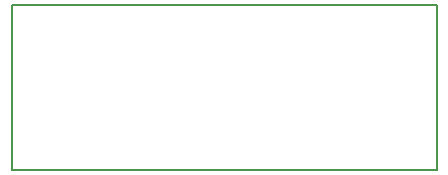
<source format=gbr>
G04 #@! TF.GenerationSoftware,KiCad,Pcbnew,(6.0.0-rc1-dev-1606-g4cd41e394)*
G04 #@! TF.CreationDate,2019-02-20T17:22:23+01:00
G04 #@! TF.ProjectId,WINDGAUGE03A_PCB01A,57494e44-4741-4554-9745-3033415f5043,rev?*
G04 #@! TF.SameCoordinates,Original*
G04 #@! TF.FileFunction,Profile,NP*
%FSLAX46Y46*%
G04 Gerber Fmt 4.6, Leading zero omitted, Abs format (unit mm)*
G04 Created by KiCad (PCBNEW (6.0.0-rc1-dev-1606-g4cd41e394)) date 20.02.2019 17:22:23*
%MOMM*%
%LPD*%
G04 APERTURE LIST*
%ADD10C,0.150000*%
G04 APERTURE END LIST*
D10*
X0Y14000000D02*
X36000000Y14000000D01*
X36000000Y14000000D02*
X36000000Y0D01*
X0Y0D02*
X36000000Y0D01*
X0Y0D02*
X0Y14000000D01*
M02*

</source>
